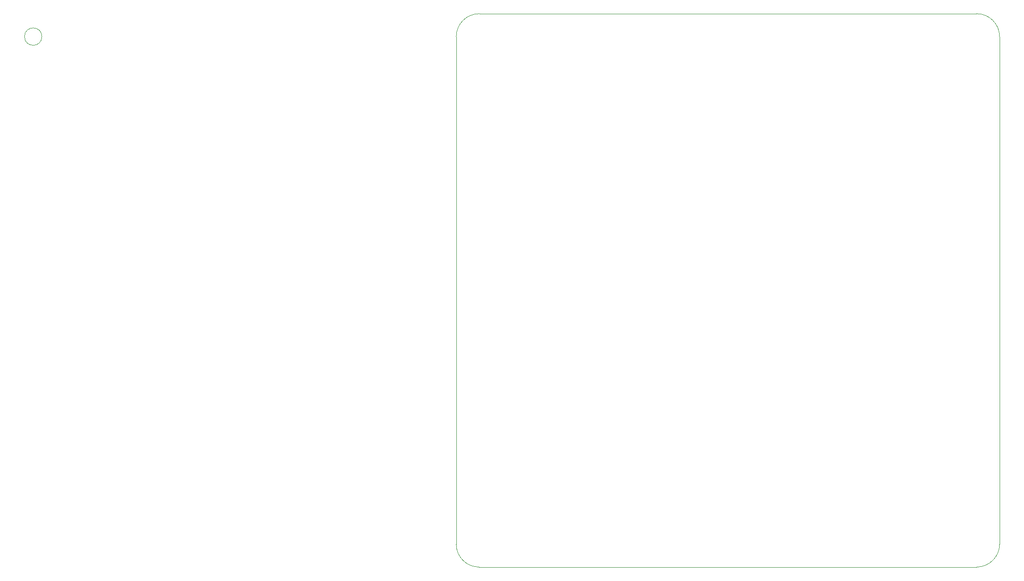
<source format=gbr>
%TF.GenerationSoftware,KiCad,Pcbnew,9.0.4*%
%TF.CreationDate,2025-11-16T17:21:23-06:00*%
%TF.ProjectId,zynq_test,7a796e71-5f74-4657-9374-2e6b69636164,rev?*%
%TF.SameCoordinates,Original*%
%TF.FileFunction,Profile,NP*%
%FSLAX46Y46*%
G04 Gerber Fmt 4.6, Leading zero omitted, Abs format (unit mm)*
G04 Created by KiCad (PCBNEW 9.0.4) date 2025-11-16 17:21:23*
%MOMM*%
%LPD*%
G01*
G04 APERTURE LIST*
%TA.AperFunction,Profile*%
%ADD10C,0.050000*%
%TD*%
G04 APERTURE END LIST*
D10*
X177860000Y-132380152D02*
X177860000Y-38819850D01*
X177860000Y-132380152D02*
G75*
G02*
X173640148Y-136600000I-4219900J52D01*
G01*
X82060000Y-136600000D02*
G75*
G02*
X77860000Y-132400000I0J4200000D01*
G01*
X82060000Y-136600000D02*
X173640148Y-136600000D01*
X77860000Y-38819850D02*
X77860000Y-132400000D01*
X1600000Y-38819850D02*
G75*
G02*
X-1600000Y-38819850I-1600000J0D01*
G01*
X-1600000Y-38819850D02*
G75*
G02*
X1600000Y-38819850I1600000J0D01*
G01*
X173640152Y-34600000D02*
G75*
G02*
X177860000Y-38819848I48J-4219800D01*
G01*
X77860000Y-38819848D02*
G75*
G02*
X82079848Y-34600000I4219850J-2D01*
G01*
X173640150Y-34600000D02*
X82079850Y-34600000D01*
M02*

</source>
